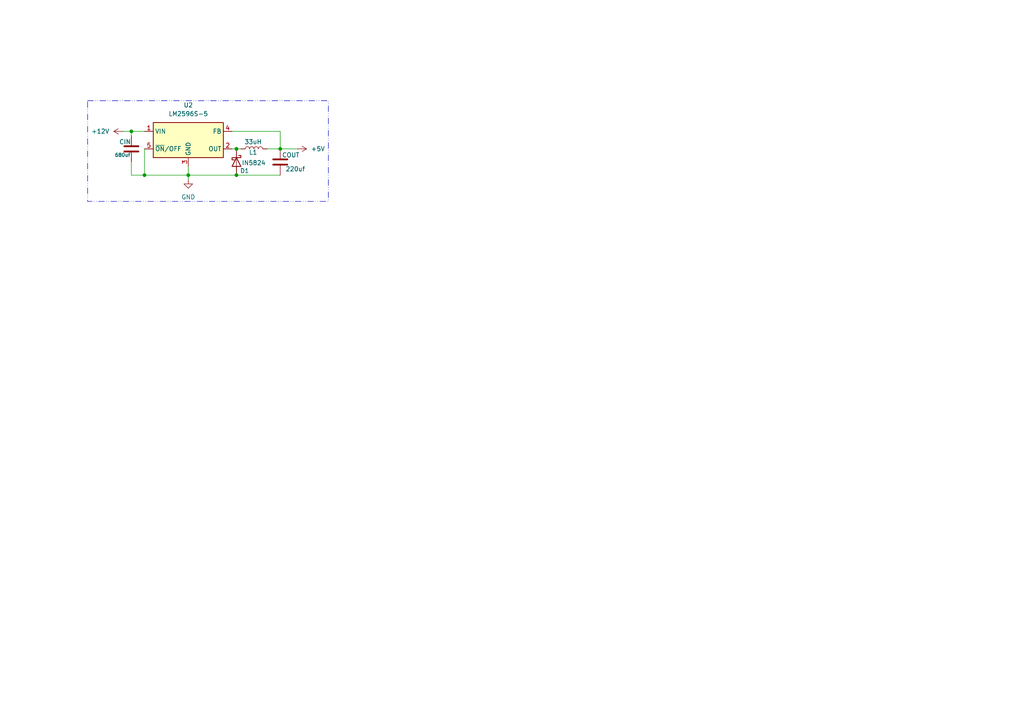
<source format=kicad_sch>
(kicad_sch (version 20250114) (generator "eeschema") (generator_version "9.0")
  (paper "A4")
  (lib_symbols
    (symbol "Device:C" (pin_numbers (hide yes)) (pin_names (offset 0.254))
      (property "Reference" "C" (at 0.635 2.54 0))
      (property "Value" "C" (at 0.635 -2.54 0))
      (symbol "C_0_1"
        (polyline (pts (xy -2.032 0.762) (xy 2.032 0.762)) (stroke (width 0.508)))
        (polyline (pts (xy -2.032 -0.762) (xy 2.032 -0.762)) (stroke (width 0.508)))
      )
      (symbol "C_1_1"
        (pin passive line (at 0 3.81 270) (length 2.794) (name "~") (number "1"))
        (pin passive line (at 0 -3.81 90) (length 2.794) (name "~") (number "2"))
      )
    )
    (symbol "Device:D_Schottky" (pin_numbers (hide yes)) (pin_names (offset 1.016) (hide yes))
      (property "Reference" "D" (at 0 2.54 0))
      (property "Value" "D_Schottky" (at 0 -2.54 0))
      (symbol "D_Schottky_0_1"
        (polyline (pts (xy -1.905 0.635) (xy -1.905 1.27) (xy -1.27 1.27) (xy -1.27 -1.27) (xy -0.635 -1.27) (xy -0.635 -0.635)) (stroke (width 0.254)))
        (polyline (pts (xy 1.27 1.27) (xy 1.27 -1.27) (xy -1.27 0) (xy 1.27 1.27)) (stroke (width 0.254)))
        (polyline (pts (xy 1.27 0) (xy -1.27 0)))
      )
      (symbol "D_Schottky_1_1"
        (pin passive line (at -3.81 0 0) (length 2.54) (name "K") (number "1"))
        (pin passive line (at 3.81 0 180) (length 2.54) (name "A") (number "2"))
      )
    )
    (symbol "Device:L" (pin_numbers (hide yes)) (pin_names (offset 1.016) (hide yes))
      (property "Reference" "L" (at -1.27 0 90))
      (property "Value" "L" (at 1.905 0 90))
      (symbol "L_0_1"
        (arc (start 0 2.54) (mid 0.6323 1.905) (end 0 1.27))
        (arc (start 0 1.27) (mid 0.6323 0.635) (end 0 0))
        (arc (start 0 0) (mid 0.6323 -0.635) (end 0 -1.27))
        (arc (start 0 -1.27) (mid 0.6323 -1.905) (end 0 -2.54))
      )
      (symbol "L_1_1"
        (pin passive line (at 0 3.81 270) (length 1.27) (name "1") (number "1"))
        (pin passive line (at 0 -3.81 90) (length 1.27) (name "2") (number "2"))
      )
    )
    (symbol "Regulator_Switching:LM2596S-5"
      (property "Reference" "U" (at -10.16 6.35 0))
      (property "Value" "LM2596S-5" (at 0 6.35 0))
      (symbol "LM2596S-5_0_1"
        (rectangle (start -10.16 5.08) (end 10.16 -5.08) (stroke (width 0.254)) (fill (type background)))
      )
      (symbol "LM2596S-5_1_1"
        (pin power_in line (at -12.7 2.54 0) (length 2.54) (name "VIN") (number "1"))
        (pin input line (at -12.7 -2.54 0) (length 2.54) (name "~{ON}/OFF") (number "5"))
        (pin power_in line (at 0 -7.62 90) (length 2.54) (name "GND") (number "3"))
        (pin input line (at 12.7 2.54 180) (length 2.54) (name "FB") (number "4"))
        (pin output line (at 12.7 -2.54 180) (length 2.54) (name "OUT") (number "2"))
      )
    )
    (symbol "power:+12V" (power) (pin_numbers (hide yes)) (pin_names (offset 0) (hide yes))
      (property "Value" "+12V" (at 0 3.556 0))
      (symbol "+12V_0_1"
        (polyline (pts (xy -0.762 1.27) (xy 0 2.54)))
        (polyline (pts (xy 0 2.54) (xy 0.762 1.27)))
        (polyline (pts (xy 0 0) (xy 0 2.54)))
      )
      (symbol "+12V_1_1"
        (pin power_in line (at 0 0 90) (length 0) (name "~") (number "1"))
      )
    )
    (symbol "power:+5V" (power) (pin_numbers (hide yes)) (pin_names (offset 0) (hide yes))
      (property "Value" "+5V" (at 0 3.556 0))
      (symbol "+5V_0_1"
        (polyline (pts (xy -0.762 1.27) (xy 0 2.54)))
        (polyline (pts (xy 0 2.54) (xy 0.762 1.27)))
        (polyline (pts (xy 0 0) (xy 0 2.54)))
      )
      (symbol "+5V_1_1"
        (pin power_in line (at 0 0 90) (length 0) (name "~") (number "1"))
      )
    )
    (symbol "power:GND" (power) (pin_numbers (hide yes)) (pin_names (offset 0) (hide yes))
      (property "Value" "GND" (at 0 -3.81 0))
      (symbol "GND_0_1"
        (polyline (pts (xy 0 0) (xy 0 -1.27) (xy 1.27 -1.27) (xy 0 -2.54) (xy -1.27 -1.27) (xy 0 -1.27)))
      )
      (symbol "GND_1_1"
        (pin power_in line (at 0 0 270) (length 0) (name "~") (number "1"))
      )
    )
  )
  (rectangle (start 25.4 29.21) (end 95.25 58.42) (stroke (width 0) (type dash_dot_dot)))
  (junction (at 81.28 43.18))
  (junction (at 38.1 38.1))
  (junction (at 54.61 50.8))
  (junction (at 68.58 43.18))
  (junction (at 68.58 50.8))
  (junction (at 41.91 50.8))
  (wire (pts (xy 77.47 43.18) (xy 81.28 43.18)))
  (wire (pts (xy 54.61 50.8) (xy 54.61 48.26)))
  (wire (pts (xy 81.28 38.1) (xy 81.28 43.18)))
  (wire (pts (xy 38.1 38.1) (xy 38.1 39.37)))
  (wire (pts (xy 54.61 52.07) (xy 54.61 50.8)))
  (wire (pts (xy 68.58 50.8) (xy 81.28 50.8)))
  (wire (pts (xy 38.1 46.99) (xy 38.1 50.8)))
  (wire (pts (xy 68.58 43.18) (xy 69.85 43.18)))
  (wire (pts (xy 81.28 43.18) (xy 86.36 43.18)))
  (wire (pts (xy 38.1 38.1) (xy 35.56 38.1)))
  (wire (pts (xy 67.31 43.18) (xy 68.58 43.18)))
  (wire (pts (xy 67.31 38.1) (xy 81.28 38.1)))
  (wire (pts (xy 54.61 50.8) (xy 68.58 50.8)))
  (wire (pts (xy 38.1 38.1) (xy 41.91 38.1)))
  (wire (pts (xy 41.91 43.18) (xy 41.91 50.8)))
  (wire (pts (xy 38.1 50.8) (xy 41.91 50.8)))
  (wire (pts (xy 41.91 50.8) (xy 54.61 50.8)))
  (symbol (lib_id "Regulator_Switching:LM2596S-5") (at 54.61 40.64 0) (unit 1)
    (property "Reference" "U2" (at 54.61 30.48 0))
    (property "Value" "LM2596S-5" (at 54.61 33.02 0))
    (property "Footprint" "Package_TO_SOT_SMD:TO-263-5_TabPin3" (effects (hide yes)))
    (property "Datasheet" "http://www.ti.com/lit/ds/symlink/lm2596.pdf" (effects (hide yes)))
    (property "Description" "5V 3A Step-Down Voltage Regulator, TO-263" (effects (hide yes)))
  )
  (symbol (lib_id "power:+12V") (at 35.56 38.1 90) (unit 1)
    (property "Reference" "#PWR01" (effects (hide yes)))
    (property "Value" "+12V" (at 31.75 38.0999 90) (effects (justify left)))
    (property "Description" "Power symbol creates a global label with name \"+12V\"" (effects (hide yes)))
  )
  (symbol (lib_id "Device:D_Schottky") (at 68.58 46.99 270) (unit 1)
    (property "Reference" "IN5824" (at 70.104 47.244 90) (effects (justify left)))
    (property "Value" "D1" (at 69.596 49.53 90) (effects (justify left)))
    (property "Description" "Schottky diode" (effects (hide yes)))
  )
  (symbol (lib_id "power:GND") (at 54.61 52.07 0) (unit 1)
    (property "Reference" "#PWR02" (effects (hide yes)))
    (property "Value" "GND" (at 54.61 57.15 0))
    (property "Description" "Power symbol creates a global label with name \"GND\" , ground" (effects (hide yes)))
  )
  (symbol (lib_id "Device:C") (at 81.28 46.99 0) (unit 1)
    (property "Reference" "COUT" (at 81.788 44.958 0) (effects (justify left)))
    (property "Value" "220uf" (at 82.804 49.022 0) (effects (justify left)))
    (property "Description" "Unpolarized capacitor" (effects (hide yes)))
  )
  (symbol (lib_id "Device:L") (at 73.66 43.18 90) (unit 1)
    (property "Reference" "L1" (at 73.406 44.196 90))
    (property "Value" "33uH" (at 73.406 41.148 90))
    (property "Description" "Inductor" (effects (hide yes)))
  )
  (symbol (lib_id "Device:C") (at 38.1 43.18 0) (unit 1)
    (property "Reference" "CIN" (at 34.544 41.148 0) (effects (justify left)))
    (property "Value" "680uf" (at 33.274 44.958 0) (effects (font (size 1.016 1.016)) (justify left)))
    (property "Description" "Unpolarized capacitor" (effects (hide yes)))
  )
  (symbol (lib_id "power:+5V") (at 86.36 43.18 270) (unit 1)
    (property "Reference" "#PWR03" (effects (hide yes)))
    (property "Value" "+5V" (at 90.17 43.1799 90) (effects (justify left)))
    (property "Description" "Power symbol creates a global label with name \"+5V\"" (effects (hide yes)))
  )
)
</source>
